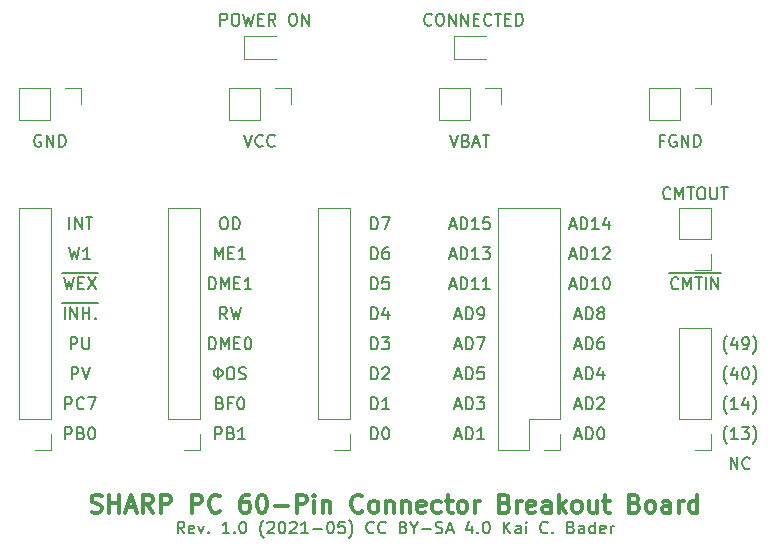
<source format=gbr>
G04 #@! TF.GenerationSoftware,KiCad,Pcbnew,5.1.10-88a1d61d58~88~ubuntu20.10.1*
G04 #@! TF.CreationDate,2021-05-06T21:06:24+02:00*
G04 #@! TF.ProjectId,breakout-board,62726561-6b6f-4757-942d-626f6172642e,1.0*
G04 #@! TF.SameCoordinates,Original*
G04 #@! TF.FileFunction,Legend,Top*
G04 #@! TF.FilePolarity,Positive*
%FSLAX46Y46*%
G04 Gerber Fmt 4.6, Leading zero omitted, Abs format (unit mm)*
G04 Created by KiCad (PCBNEW 5.1.10-88a1d61d58~88~ubuntu20.10.1) date 2021-05-06 21:06:24*
%MOMM*%
%LPD*%
G01*
G04 APERTURE LIST*
%ADD10C,0.150000*%
%ADD11C,0.300000*%
%ADD12C,0.120000*%
G04 APERTURE END LIST*
D10*
X83766666Y-82092380D02*
X83433333Y-81616190D01*
X83195238Y-82092380D02*
X83195238Y-81092380D01*
X83576190Y-81092380D01*
X83671428Y-81140000D01*
X83719047Y-81187619D01*
X83766666Y-81282857D01*
X83766666Y-81425714D01*
X83719047Y-81520952D01*
X83671428Y-81568571D01*
X83576190Y-81616190D01*
X83195238Y-81616190D01*
X84576190Y-82044761D02*
X84480952Y-82092380D01*
X84290476Y-82092380D01*
X84195238Y-82044761D01*
X84147619Y-81949523D01*
X84147619Y-81568571D01*
X84195238Y-81473333D01*
X84290476Y-81425714D01*
X84480952Y-81425714D01*
X84576190Y-81473333D01*
X84623809Y-81568571D01*
X84623809Y-81663809D01*
X84147619Y-81759047D01*
X84957142Y-81425714D02*
X85195238Y-82092380D01*
X85433333Y-81425714D01*
X85814285Y-81997142D02*
X85861904Y-82044761D01*
X85814285Y-82092380D01*
X85766666Y-82044761D01*
X85814285Y-81997142D01*
X85814285Y-82092380D01*
X87576190Y-82092380D02*
X87004761Y-82092380D01*
X87290476Y-82092380D02*
X87290476Y-81092380D01*
X87195238Y-81235238D01*
X87100000Y-81330476D01*
X87004761Y-81378095D01*
X88004761Y-81997142D02*
X88052380Y-82044761D01*
X88004761Y-82092380D01*
X87957142Y-82044761D01*
X88004761Y-81997142D01*
X88004761Y-82092380D01*
X88671428Y-81092380D02*
X88766666Y-81092380D01*
X88861904Y-81140000D01*
X88909523Y-81187619D01*
X88957142Y-81282857D01*
X89004761Y-81473333D01*
X89004761Y-81711428D01*
X88957142Y-81901904D01*
X88909523Y-81997142D01*
X88861904Y-82044761D01*
X88766666Y-82092380D01*
X88671428Y-82092380D01*
X88576190Y-82044761D01*
X88528571Y-81997142D01*
X88480952Y-81901904D01*
X88433333Y-81711428D01*
X88433333Y-81473333D01*
X88480952Y-81282857D01*
X88528571Y-81187619D01*
X88576190Y-81140000D01*
X88671428Y-81092380D01*
X90480952Y-82473333D02*
X90433333Y-82425714D01*
X90338095Y-82282857D01*
X90290476Y-82187619D01*
X90242857Y-82044761D01*
X90195238Y-81806666D01*
X90195238Y-81616190D01*
X90242857Y-81378095D01*
X90290476Y-81235238D01*
X90338095Y-81140000D01*
X90433333Y-80997142D01*
X90480952Y-80949523D01*
X90814285Y-81187619D02*
X90861904Y-81140000D01*
X90957142Y-81092380D01*
X91195238Y-81092380D01*
X91290476Y-81140000D01*
X91338095Y-81187619D01*
X91385714Y-81282857D01*
X91385714Y-81378095D01*
X91338095Y-81520952D01*
X90766666Y-82092380D01*
X91385714Y-82092380D01*
X92004761Y-81092380D02*
X92100000Y-81092380D01*
X92195238Y-81140000D01*
X92242857Y-81187619D01*
X92290476Y-81282857D01*
X92338095Y-81473333D01*
X92338095Y-81711428D01*
X92290476Y-81901904D01*
X92242857Y-81997142D01*
X92195238Y-82044761D01*
X92100000Y-82092380D01*
X92004761Y-82092380D01*
X91909523Y-82044761D01*
X91861904Y-81997142D01*
X91814285Y-81901904D01*
X91766666Y-81711428D01*
X91766666Y-81473333D01*
X91814285Y-81282857D01*
X91861904Y-81187619D01*
X91909523Y-81140000D01*
X92004761Y-81092380D01*
X92719047Y-81187619D02*
X92766666Y-81140000D01*
X92861904Y-81092380D01*
X93100000Y-81092380D01*
X93195238Y-81140000D01*
X93242857Y-81187619D01*
X93290476Y-81282857D01*
X93290476Y-81378095D01*
X93242857Y-81520952D01*
X92671428Y-82092380D01*
X93290476Y-82092380D01*
X94242857Y-82092380D02*
X93671428Y-82092380D01*
X93957142Y-82092380D02*
X93957142Y-81092380D01*
X93861904Y-81235238D01*
X93766666Y-81330476D01*
X93671428Y-81378095D01*
X94671428Y-81711428D02*
X95433333Y-81711428D01*
X96100000Y-81092380D02*
X96195238Y-81092380D01*
X96290476Y-81140000D01*
X96338095Y-81187619D01*
X96385714Y-81282857D01*
X96433333Y-81473333D01*
X96433333Y-81711428D01*
X96385714Y-81901904D01*
X96338095Y-81997142D01*
X96290476Y-82044761D01*
X96195238Y-82092380D01*
X96100000Y-82092380D01*
X96004761Y-82044761D01*
X95957142Y-81997142D01*
X95909523Y-81901904D01*
X95861904Y-81711428D01*
X95861904Y-81473333D01*
X95909523Y-81282857D01*
X95957142Y-81187619D01*
X96004761Y-81140000D01*
X96100000Y-81092380D01*
X97338095Y-81092380D02*
X96861904Y-81092380D01*
X96814285Y-81568571D01*
X96861904Y-81520952D01*
X96957142Y-81473333D01*
X97195238Y-81473333D01*
X97290476Y-81520952D01*
X97338095Y-81568571D01*
X97385714Y-81663809D01*
X97385714Y-81901904D01*
X97338095Y-81997142D01*
X97290476Y-82044761D01*
X97195238Y-82092380D01*
X96957142Y-82092380D01*
X96861904Y-82044761D01*
X96814285Y-81997142D01*
X97719047Y-82473333D02*
X97766666Y-82425714D01*
X97861904Y-82282857D01*
X97909523Y-82187619D01*
X97957142Y-82044761D01*
X98004761Y-81806666D01*
X98004761Y-81616190D01*
X97957142Y-81378095D01*
X97909523Y-81235238D01*
X97861904Y-81140000D01*
X97766666Y-80997142D01*
X97719047Y-80949523D01*
X99814285Y-81997142D02*
X99766666Y-82044761D01*
X99623809Y-82092380D01*
X99528571Y-82092380D01*
X99385714Y-82044761D01*
X99290476Y-81949523D01*
X99242857Y-81854285D01*
X99195238Y-81663809D01*
X99195238Y-81520952D01*
X99242857Y-81330476D01*
X99290476Y-81235238D01*
X99385714Y-81140000D01*
X99528571Y-81092380D01*
X99623809Y-81092380D01*
X99766666Y-81140000D01*
X99814285Y-81187619D01*
X100814285Y-81997142D02*
X100766666Y-82044761D01*
X100623809Y-82092380D01*
X100528571Y-82092380D01*
X100385714Y-82044761D01*
X100290476Y-81949523D01*
X100242857Y-81854285D01*
X100195238Y-81663809D01*
X100195238Y-81520952D01*
X100242857Y-81330476D01*
X100290476Y-81235238D01*
X100385714Y-81140000D01*
X100528571Y-81092380D01*
X100623809Y-81092380D01*
X100766666Y-81140000D01*
X100814285Y-81187619D01*
X102338095Y-81568571D02*
X102480952Y-81616190D01*
X102528571Y-81663809D01*
X102576190Y-81759047D01*
X102576190Y-81901904D01*
X102528571Y-81997142D01*
X102480952Y-82044761D01*
X102385714Y-82092380D01*
X102004761Y-82092380D01*
X102004761Y-81092380D01*
X102338095Y-81092380D01*
X102433333Y-81140000D01*
X102480952Y-81187619D01*
X102528571Y-81282857D01*
X102528571Y-81378095D01*
X102480952Y-81473333D01*
X102433333Y-81520952D01*
X102338095Y-81568571D01*
X102004761Y-81568571D01*
X103195238Y-81616190D02*
X103195238Y-82092380D01*
X102861904Y-81092380D02*
X103195238Y-81616190D01*
X103528571Y-81092380D01*
X103861904Y-81711428D02*
X104623809Y-81711428D01*
X105052380Y-82044761D02*
X105195238Y-82092380D01*
X105433333Y-82092380D01*
X105528571Y-82044761D01*
X105576190Y-81997142D01*
X105623809Y-81901904D01*
X105623809Y-81806666D01*
X105576190Y-81711428D01*
X105528571Y-81663809D01*
X105433333Y-81616190D01*
X105242857Y-81568571D01*
X105147619Y-81520952D01*
X105100000Y-81473333D01*
X105052380Y-81378095D01*
X105052380Y-81282857D01*
X105100000Y-81187619D01*
X105147619Y-81140000D01*
X105242857Y-81092380D01*
X105480952Y-81092380D01*
X105623809Y-81140000D01*
X106004761Y-81806666D02*
X106480952Y-81806666D01*
X105909523Y-82092380D02*
X106242857Y-81092380D01*
X106576190Y-82092380D01*
X108100000Y-81425714D02*
X108100000Y-82092380D01*
X107861904Y-81044761D02*
X107623809Y-81759047D01*
X108242857Y-81759047D01*
X108623809Y-81997142D02*
X108671428Y-82044761D01*
X108623809Y-82092380D01*
X108576190Y-82044761D01*
X108623809Y-81997142D01*
X108623809Y-82092380D01*
X109290476Y-81092380D02*
X109385714Y-81092380D01*
X109480952Y-81140000D01*
X109528571Y-81187619D01*
X109576190Y-81282857D01*
X109623809Y-81473333D01*
X109623809Y-81711428D01*
X109576190Y-81901904D01*
X109528571Y-81997142D01*
X109480952Y-82044761D01*
X109385714Y-82092380D01*
X109290476Y-82092380D01*
X109195238Y-82044761D01*
X109147619Y-81997142D01*
X109100000Y-81901904D01*
X109052380Y-81711428D01*
X109052380Y-81473333D01*
X109100000Y-81282857D01*
X109147619Y-81187619D01*
X109195238Y-81140000D01*
X109290476Y-81092380D01*
X110814285Y-82092380D02*
X110814285Y-81092380D01*
X111385714Y-82092380D02*
X110957142Y-81520952D01*
X111385714Y-81092380D02*
X110814285Y-81663809D01*
X112242857Y-82092380D02*
X112242857Y-81568571D01*
X112195238Y-81473333D01*
X112100000Y-81425714D01*
X111909523Y-81425714D01*
X111814285Y-81473333D01*
X112242857Y-82044761D02*
X112147619Y-82092380D01*
X111909523Y-82092380D01*
X111814285Y-82044761D01*
X111766666Y-81949523D01*
X111766666Y-81854285D01*
X111814285Y-81759047D01*
X111909523Y-81711428D01*
X112147619Y-81711428D01*
X112242857Y-81663809D01*
X112719047Y-82092380D02*
X112719047Y-81425714D01*
X112719047Y-81092380D02*
X112671428Y-81140000D01*
X112719047Y-81187619D01*
X112766666Y-81140000D01*
X112719047Y-81092380D01*
X112719047Y-81187619D01*
X114528571Y-81997142D02*
X114480952Y-82044761D01*
X114338095Y-82092380D01*
X114242857Y-82092380D01*
X114100000Y-82044761D01*
X114004761Y-81949523D01*
X113957142Y-81854285D01*
X113909523Y-81663809D01*
X113909523Y-81520952D01*
X113957142Y-81330476D01*
X114004761Y-81235238D01*
X114100000Y-81140000D01*
X114242857Y-81092380D01*
X114338095Y-81092380D01*
X114480952Y-81140000D01*
X114528571Y-81187619D01*
X114957142Y-81997142D02*
X115004761Y-82044761D01*
X114957142Y-82092380D01*
X114909523Y-82044761D01*
X114957142Y-81997142D01*
X114957142Y-82092380D01*
X116528571Y-81568571D02*
X116671428Y-81616190D01*
X116719047Y-81663809D01*
X116766666Y-81759047D01*
X116766666Y-81901904D01*
X116719047Y-81997142D01*
X116671428Y-82044761D01*
X116576190Y-82092380D01*
X116195238Y-82092380D01*
X116195238Y-81092380D01*
X116528571Y-81092380D01*
X116623809Y-81140000D01*
X116671428Y-81187619D01*
X116719047Y-81282857D01*
X116719047Y-81378095D01*
X116671428Y-81473333D01*
X116623809Y-81520952D01*
X116528571Y-81568571D01*
X116195238Y-81568571D01*
X117623809Y-82092380D02*
X117623809Y-81568571D01*
X117576190Y-81473333D01*
X117480952Y-81425714D01*
X117290476Y-81425714D01*
X117195238Y-81473333D01*
X117623809Y-82044761D02*
X117528571Y-82092380D01*
X117290476Y-82092380D01*
X117195238Y-82044761D01*
X117147619Y-81949523D01*
X117147619Y-81854285D01*
X117195238Y-81759047D01*
X117290476Y-81711428D01*
X117528571Y-81711428D01*
X117623809Y-81663809D01*
X118528571Y-82092380D02*
X118528571Y-81092380D01*
X118528571Y-82044761D02*
X118433333Y-82092380D01*
X118242857Y-82092380D01*
X118147619Y-82044761D01*
X118100000Y-81997142D01*
X118052380Y-81901904D01*
X118052380Y-81616190D01*
X118100000Y-81520952D01*
X118147619Y-81473333D01*
X118242857Y-81425714D01*
X118433333Y-81425714D01*
X118528571Y-81473333D01*
X119385714Y-82044761D02*
X119290476Y-82092380D01*
X119100000Y-82092380D01*
X119004761Y-82044761D01*
X118957142Y-81949523D01*
X118957142Y-81568571D01*
X119004761Y-81473333D01*
X119100000Y-81425714D01*
X119290476Y-81425714D01*
X119385714Y-81473333D01*
X119433333Y-81568571D01*
X119433333Y-81663809D01*
X118957142Y-81759047D01*
X119861904Y-82092380D02*
X119861904Y-81425714D01*
X119861904Y-81616190D02*
X119909523Y-81520952D01*
X119957142Y-81473333D01*
X120052380Y-81425714D01*
X120147619Y-81425714D01*
X86821904Y-39092380D02*
X86821904Y-38092380D01*
X87202857Y-38092380D01*
X87298095Y-38140000D01*
X87345714Y-38187619D01*
X87393333Y-38282857D01*
X87393333Y-38425714D01*
X87345714Y-38520952D01*
X87298095Y-38568571D01*
X87202857Y-38616190D01*
X86821904Y-38616190D01*
X88012380Y-38092380D02*
X88202857Y-38092380D01*
X88298095Y-38140000D01*
X88393333Y-38235238D01*
X88440952Y-38425714D01*
X88440952Y-38759047D01*
X88393333Y-38949523D01*
X88298095Y-39044761D01*
X88202857Y-39092380D01*
X88012380Y-39092380D01*
X87917142Y-39044761D01*
X87821904Y-38949523D01*
X87774285Y-38759047D01*
X87774285Y-38425714D01*
X87821904Y-38235238D01*
X87917142Y-38140000D01*
X88012380Y-38092380D01*
X88774285Y-38092380D02*
X89012380Y-39092380D01*
X89202857Y-38378095D01*
X89393333Y-39092380D01*
X89631428Y-38092380D01*
X90012380Y-38568571D02*
X90345714Y-38568571D01*
X90488571Y-39092380D02*
X90012380Y-39092380D01*
X90012380Y-38092380D01*
X90488571Y-38092380D01*
X91488571Y-39092380D02*
X91155238Y-38616190D01*
X90917142Y-39092380D02*
X90917142Y-38092380D01*
X91298095Y-38092380D01*
X91393333Y-38140000D01*
X91440952Y-38187619D01*
X91488571Y-38282857D01*
X91488571Y-38425714D01*
X91440952Y-38520952D01*
X91393333Y-38568571D01*
X91298095Y-38616190D01*
X90917142Y-38616190D01*
X92869523Y-38092380D02*
X93060000Y-38092380D01*
X93155238Y-38140000D01*
X93250476Y-38235238D01*
X93298095Y-38425714D01*
X93298095Y-38759047D01*
X93250476Y-38949523D01*
X93155238Y-39044761D01*
X93060000Y-39092380D01*
X92869523Y-39092380D01*
X92774285Y-39044761D01*
X92679047Y-38949523D01*
X92631428Y-38759047D01*
X92631428Y-38425714D01*
X92679047Y-38235238D01*
X92774285Y-38140000D01*
X92869523Y-38092380D01*
X93726666Y-39092380D02*
X93726666Y-38092380D01*
X94298095Y-39092380D01*
X94298095Y-38092380D01*
X104712380Y-38997142D02*
X104664761Y-39044761D01*
X104521904Y-39092380D01*
X104426666Y-39092380D01*
X104283809Y-39044761D01*
X104188571Y-38949523D01*
X104140952Y-38854285D01*
X104093333Y-38663809D01*
X104093333Y-38520952D01*
X104140952Y-38330476D01*
X104188571Y-38235238D01*
X104283809Y-38140000D01*
X104426666Y-38092380D01*
X104521904Y-38092380D01*
X104664761Y-38140000D01*
X104712380Y-38187619D01*
X105331428Y-38092380D02*
X105521904Y-38092380D01*
X105617142Y-38140000D01*
X105712380Y-38235238D01*
X105760000Y-38425714D01*
X105760000Y-38759047D01*
X105712380Y-38949523D01*
X105617142Y-39044761D01*
X105521904Y-39092380D01*
X105331428Y-39092380D01*
X105236190Y-39044761D01*
X105140952Y-38949523D01*
X105093333Y-38759047D01*
X105093333Y-38425714D01*
X105140952Y-38235238D01*
X105236190Y-38140000D01*
X105331428Y-38092380D01*
X106188571Y-39092380D02*
X106188571Y-38092380D01*
X106760000Y-39092380D01*
X106760000Y-38092380D01*
X107236190Y-39092380D02*
X107236190Y-38092380D01*
X107807619Y-39092380D01*
X107807619Y-38092380D01*
X108283809Y-38568571D02*
X108617142Y-38568571D01*
X108760000Y-39092380D02*
X108283809Y-39092380D01*
X108283809Y-38092380D01*
X108760000Y-38092380D01*
X109760000Y-38997142D02*
X109712380Y-39044761D01*
X109569523Y-39092380D01*
X109474285Y-39092380D01*
X109331428Y-39044761D01*
X109236190Y-38949523D01*
X109188571Y-38854285D01*
X109140952Y-38663809D01*
X109140952Y-38520952D01*
X109188571Y-38330476D01*
X109236190Y-38235238D01*
X109331428Y-38140000D01*
X109474285Y-38092380D01*
X109569523Y-38092380D01*
X109712380Y-38140000D01*
X109760000Y-38187619D01*
X110045714Y-38092380D02*
X110617142Y-38092380D01*
X110331428Y-39092380D02*
X110331428Y-38092380D01*
X110950476Y-38568571D02*
X111283809Y-38568571D01*
X111426666Y-39092380D02*
X110950476Y-39092380D01*
X110950476Y-38092380D01*
X111426666Y-38092380D01*
X111855238Y-39092380D02*
X111855238Y-38092380D01*
X112093333Y-38092380D01*
X112236190Y-38140000D01*
X112331428Y-38235238D01*
X112379047Y-38330476D01*
X112426666Y-38520952D01*
X112426666Y-38663809D01*
X112379047Y-38854285D01*
X112331428Y-38949523D01*
X112236190Y-39044761D01*
X112093333Y-39092380D01*
X111855238Y-39092380D01*
X130024285Y-76652380D02*
X130024285Y-75652380D01*
X130595714Y-76652380D01*
X130595714Y-75652380D01*
X131643333Y-76557142D02*
X131595714Y-76604761D01*
X131452857Y-76652380D01*
X131357619Y-76652380D01*
X131214761Y-76604761D01*
X131119523Y-76509523D01*
X131071904Y-76414285D01*
X131024285Y-76223809D01*
X131024285Y-76080952D01*
X131071904Y-75890476D01*
X131119523Y-75795238D01*
X131214761Y-75700000D01*
X131357619Y-75652380D01*
X131452857Y-75652380D01*
X131595714Y-75700000D01*
X131643333Y-75747619D01*
D11*
X75921428Y-80247142D02*
X76135714Y-80318571D01*
X76492857Y-80318571D01*
X76635714Y-80247142D01*
X76707142Y-80175714D01*
X76778571Y-80032857D01*
X76778571Y-79890000D01*
X76707142Y-79747142D01*
X76635714Y-79675714D01*
X76492857Y-79604285D01*
X76207142Y-79532857D01*
X76064285Y-79461428D01*
X75992857Y-79390000D01*
X75921428Y-79247142D01*
X75921428Y-79104285D01*
X75992857Y-78961428D01*
X76064285Y-78890000D01*
X76207142Y-78818571D01*
X76564285Y-78818571D01*
X76778571Y-78890000D01*
X77421428Y-80318571D02*
X77421428Y-78818571D01*
X77421428Y-79532857D02*
X78278571Y-79532857D01*
X78278571Y-80318571D02*
X78278571Y-78818571D01*
X78921428Y-79890000D02*
X79635714Y-79890000D01*
X78778571Y-80318571D02*
X79278571Y-78818571D01*
X79778571Y-80318571D01*
X81135714Y-80318571D02*
X80635714Y-79604285D01*
X80278571Y-80318571D02*
X80278571Y-78818571D01*
X80850000Y-78818571D01*
X80992857Y-78890000D01*
X81064285Y-78961428D01*
X81135714Y-79104285D01*
X81135714Y-79318571D01*
X81064285Y-79461428D01*
X80992857Y-79532857D01*
X80850000Y-79604285D01*
X80278571Y-79604285D01*
X81778571Y-80318571D02*
X81778571Y-78818571D01*
X82350000Y-78818571D01*
X82492857Y-78890000D01*
X82564285Y-78961428D01*
X82635714Y-79104285D01*
X82635714Y-79318571D01*
X82564285Y-79461428D01*
X82492857Y-79532857D01*
X82350000Y-79604285D01*
X81778571Y-79604285D01*
X84421428Y-80318571D02*
X84421428Y-78818571D01*
X84992857Y-78818571D01*
X85135714Y-78890000D01*
X85207142Y-78961428D01*
X85278571Y-79104285D01*
X85278571Y-79318571D01*
X85207142Y-79461428D01*
X85135714Y-79532857D01*
X84992857Y-79604285D01*
X84421428Y-79604285D01*
X86778571Y-80175714D02*
X86707142Y-80247142D01*
X86492857Y-80318571D01*
X86350000Y-80318571D01*
X86135714Y-80247142D01*
X85992857Y-80104285D01*
X85921428Y-79961428D01*
X85850000Y-79675714D01*
X85850000Y-79461428D01*
X85921428Y-79175714D01*
X85992857Y-79032857D01*
X86135714Y-78890000D01*
X86350000Y-78818571D01*
X86492857Y-78818571D01*
X86707142Y-78890000D01*
X86778571Y-78961428D01*
X89207142Y-78818571D02*
X88921428Y-78818571D01*
X88778571Y-78890000D01*
X88707142Y-78961428D01*
X88564285Y-79175714D01*
X88492857Y-79461428D01*
X88492857Y-80032857D01*
X88564285Y-80175714D01*
X88635714Y-80247142D01*
X88778571Y-80318571D01*
X89064285Y-80318571D01*
X89207142Y-80247142D01*
X89278571Y-80175714D01*
X89350000Y-80032857D01*
X89350000Y-79675714D01*
X89278571Y-79532857D01*
X89207142Y-79461428D01*
X89064285Y-79390000D01*
X88778571Y-79390000D01*
X88635714Y-79461428D01*
X88564285Y-79532857D01*
X88492857Y-79675714D01*
X90278571Y-78818571D02*
X90421428Y-78818571D01*
X90564285Y-78890000D01*
X90635714Y-78961428D01*
X90707142Y-79104285D01*
X90778571Y-79390000D01*
X90778571Y-79747142D01*
X90707142Y-80032857D01*
X90635714Y-80175714D01*
X90564285Y-80247142D01*
X90421428Y-80318571D01*
X90278571Y-80318571D01*
X90135714Y-80247142D01*
X90064285Y-80175714D01*
X89992857Y-80032857D01*
X89921428Y-79747142D01*
X89921428Y-79390000D01*
X89992857Y-79104285D01*
X90064285Y-78961428D01*
X90135714Y-78890000D01*
X90278571Y-78818571D01*
X91421428Y-79747142D02*
X92564285Y-79747142D01*
X93278571Y-80318571D02*
X93278571Y-78818571D01*
X93850000Y-78818571D01*
X93992857Y-78890000D01*
X94064285Y-78961428D01*
X94135714Y-79104285D01*
X94135714Y-79318571D01*
X94064285Y-79461428D01*
X93992857Y-79532857D01*
X93850000Y-79604285D01*
X93278571Y-79604285D01*
X94778571Y-80318571D02*
X94778571Y-79318571D01*
X94778571Y-78818571D02*
X94707142Y-78890000D01*
X94778571Y-78961428D01*
X94850000Y-78890000D01*
X94778571Y-78818571D01*
X94778571Y-78961428D01*
X95492857Y-79318571D02*
X95492857Y-80318571D01*
X95492857Y-79461428D02*
X95564285Y-79390000D01*
X95707142Y-79318571D01*
X95921428Y-79318571D01*
X96064285Y-79390000D01*
X96135714Y-79532857D01*
X96135714Y-80318571D01*
X98850000Y-80175714D02*
X98778571Y-80247142D01*
X98564285Y-80318571D01*
X98421428Y-80318571D01*
X98207142Y-80247142D01*
X98064285Y-80104285D01*
X97992857Y-79961428D01*
X97921428Y-79675714D01*
X97921428Y-79461428D01*
X97992857Y-79175714D01*
X98064285Y-79032857D01*
X98207142Y-78890000D01*
X98421428Y-78818571D01*
X98564285Y-78818571D01*
X98778571Y-78890000D01*
X98850000Y-78961428D01*
X99707142Y-80318571D02*
X99564285Y-80247142D01*
X99492857Y-80175714D01*
X99421428Y-80032857D01*
X99421428Y-79604285D01*
X99492857Y-79461428D01*
X99564285Y-79390000D01*
X99707142Y-79318571D01*
X99921428Y-79318571D01*
X100064285Y-79390000D01*
X100135714Y-79461428D01*
X100207142Y-79604285D01*
X100207142Y-80032857D01*
X100135714Y-80175714D01*
X100064285Y-80247142D01*
X99921428Y-80318571D01*
X99707142Y-80318571D01*
X100850000Y-79318571D02*
X100850000Y-80318571D01*
X100850000Y-79461428D02*
X100921428Y-79390000D01*
X101064285Y-79318571D01*
X101278571Y-79318571D01*
X101421428Y-79390000D01*
X101492857Y-79532857D01*
X101492857Y-80318571D01*
X102207142Y-79318571D02*
X102207142Y-80318571D01*
X102207142Y-79461428D02*
X102278571Y-79390000D01*
X102421428Y-79318571D01*
X102635714Y-79318571D01*
X102778571Y-79390000D01*
X102850000Y-79532857D01*
X102850000Y-80318571D01*
X104135714Y-80247142D02*
X103992857Y-80318571D01*
X103707142Y-80318571D01*
X103564285Y-80247142D01*
X103492857Y-80104285D01*
X103492857Y-79532857D01*
X103564285Y-79390000D01*
X103707142Y-79318571D01*
X103992857Y-79318571D01*
X104135714Y-79390000D01*
X104207142Y-79532857D01*
X104207142Y-79675714D01*
X103492857Y-79818571D01*
X105492857Y-80247142D02*
X105350000Y-80318571D01*
X105064285Y-80318571D01*
X104921428Y-80247142D01*
X104850000Y-80175714D01*
X104778571Y-80032857D01*
X104778571Y-79604285D01*
X104850000Y-79461428D01*
X104921428Y-79390000D01*
X105064285Y-79318571D01*
X105350000Y-79318571D01*
X105492857Y-79390000D01*
X105921428Y-79318571D02*
X106492857Y-79318571D01*
X106135714Y-78818571D02*
X106135714Y-80104285D01*
X106207142Y-80247142D01*
X106350000Y-80318571D01*
X106492857Y-80318571D01*
X107207142Y-80318571D02*
X107064285Y-80247142D01*
X106992857Y-80175714D01*
X106921428Y-80032857D01*
X106921428Y-79604285D01*
X106992857Y-79461428D01*
X107064285Y-79390000D01*
X107207142Y-79318571D01*
X107421428Y-79318571D01*
X107564285Y-79390000D01*
X107635714Y-79461428D01*
X107707142Y-79604285D01*
X107707142Y-80032857D01*
X107635714Y-80175714D01*
X107564285Y-80247142D01*
X107421428Y-80318571D01*
X107207142Y-80318571D01*
X108350000Y-80318571D02*
X108350000Y-79318571D01*
X108350000Y-79604285D02*
X108421428Y-79461428D01*
X108492857Y-79390000D01*
X108635714Y-79318571D01*
X108778571Y-79318571D01*
X110921428Y-79532857D02*
X111135714Y-79604285D01*
X111207142Y-79675714D01*
X111278571Y-79818571D01*
X111278571Y-80032857D01*
X111207142Y-80175714D01*
X111135714Y-80247142D01*
X110992857Y-80318571D01*
X110421428Y-80318571D01*
X110421428Y-78818571D01*
X110921428Y-78818571D01*
X111064285Y-78890000D01*
X111135714Y-78961428D01*
X111207142Y-79104285D01*
X111207142Y-79247142D01*
X111135714Y-79390000D01*
X111064285Y-79461428D01*
X110921428Y-79532857D01*
X110421428Y-79532857D01*
X111921428Y-80318571D02*
X111921428Y-79318571D01*
X111921428Y-79604285D02*
X111992857Y-79461428D01*
X112064285Y-79390000D01*
X112207142Y-79318571D01*
X112350000Y-79318571D01*
X113421428Y-80247142D02*
X113278571Y-80318571D01*
X112992857Y-80318571D01*
X112850000Y-80247142D01*
X112778571Y-80104285D01*
X112778571Y-79532857D01*
X112850000Y-79390000D01*
X112992857Y-79318571D01*
X113278571Y-79318571D01*
X113421428Y-79390000D01*
X113492857Y-79532857D01*
X113492857Y-79675714D01*
X112778571Y-79818571D01*
X114778571Y-80318571D02*
X114778571Y-79532857D01*
X114707142Y-79390000D01*
X114564285Y-79318571D01*
X114278571Y-79318571D01*
X114135714Y-79390000D01*
X114778571Y-80247142D02*
X114635714Y-80318571D01*
X114278571Y-80318571D01*
X114135714Y-80247142D01*
X114064285Y-80104285D01*
X114064285Y-79961428D01*
X114135714Y-79818571D01*
X114278571Y-79747142D01*
X114635714Y-79747142D01*
X114778571Y-79675714D01*
X115492857Y-80318571D02*
X115492857Y-78818571D01*
X115635714Y-79747142D02*
X116064285Y-80318571D01*
X116064285Y-79318571D02*
X115492857Y-79890000D01*
X116921428Y-80318571D02*
X116778571Y-80247142D01*
X116707142Y-80175714D01*
X116635714Y-80032857D01*
X116635714Y-79604285D01*
X116707142Y-79461428D01*
X116778571Y-79390000D01*
X116921428Y-79318571D01*
X117135714Y-79318571D01*
X117278571Y-79390000D01*
X117350000Y-79461428D01*
X117421428Y-79604285D01*
X117421428Y-80032857D01*
X117350000Y-80175714D01*
X117278571Y-80247142D01*
X117135714Y-80318571D01*
X116921428Y-80318571D01*
X118707142Y-79318571D02*
X118707142Y-80318571D01*
X118064285Y-79318571D02*
X118064285Y-80104285D01*
X118135714Y-80247142D01*
X118278571Y-80318571D01*
X118492857Y-80318571D01*
X118635714Y-80247142D01*
X118707142Y-80175714D01*
X119207142Y-79318571D02*
X119778571Y-79318571D01*
X119421428Y-78818571D02*
X119421428Y-80104285D01*
X119492857Y-80247142D01*
X119635714Y-80318571D01*
X119778571Y-80318571D01*
X121921428Y-79532857D02*
X122135714Y-79604285D01*
X122207142Y-79675714D01*
X122278571Y-79818571D01*
X122278571Y-80032857D01*
X122207142Y-80175714D01*
X122135714Y-80247142D01*
X121992857Y-80318571D01*
X121421428Y-80318571D01*
X121421428Y-78818571D01*
X121921428Y-78818571D01*
X122064285Y-78890000D01*
X122135714Y-78961428D01*
X122207142Y-79104285D01*
X122207142Y-79247142D01*
X122135714Y-79390000D01*
X122064285Y-79461428D01*
X121921428Y-79532857D01*
X121421428Y-79532857D01*
X123135714Y-80318571D02*
X122992857Y-80247142D01*
X122921428Y-80175714D01*
X122850000Y-80032857D01*
X122850000Y-79604285D01*
X122921428Y-79461428D01*
X122992857Y-79390000D01*
X123135714Y-79318571D01*
X123350000Y-79318571D01*
X123492857Y-79390000D01*
X123564285Y-79461428D01*
X123635714Y-79604285D01*
X123635714Y-80032857D01*
X123564285Y-80175714D01*
X123492857Y-80247142D01*
X123350000Y-80318571D01*
X123135714Y-80318571D01*
X124921428Y-80318571D02*
X124921428Y-79532857D01*
X124850000Y-79390000D01*
X124707142Y-79318571D01*
X124421428Y-79318571D01*
X124278571Y-79390000D01*
X124921428Y-80247142D02*
X124778571Y-80318571D01*
X124421428Y-80318571D01*
X124278571Y-80247142D01*
X124207142Y-80104285D01*
X124207142Y-79961428D01*
X124278571Y-79818571D01*
X124421428Y-79747142D01*
X124778571Y-79747142D01*
X124921428Y-79675714D01*
X125635714Y-80318571D02*
X125635714Y-79318571D01*
X125635714Y-79604285D02*
X125707142Y-79461428D01*
X125778571Y-79390000D01*
X125921428Y-79318571D01*
X126064285Y-79318571D01*
X127207142Y-80318571D02*
X127207142Y-78818571D01*
X127207142Y-80247142D02*
X127064285Y-80318571D01*
X126778571Y-80318571D01*
X126635714Y-80247142D01*
X126564285Y-80175714D01*
X126492857Y-80032857D01*
X126492857Y-79604285D01*
X126564285Y-79461428D01*
X126635714Y-79390000D01*
X126778571Y-79318571D01*
X127064285Y-79318571D01*
X127207142Y-79390000D01*
D10*
X129714761Y-74493333D02*
X129667142Y-74445714D01*
X129571904Y-74302857D01*
X129524285Y-74207619D01*
X129476666Y-74064761D01*
X129429047Y-73826666D01*
X129429047Y-73636190D01*
X129476666Y-73398095D01*
X129524285Y-73255238D01*
X129571904Y-73160000D01*
X129667142Y-73017142D01*
X129714761Y-72969523D01*
X130619523Y-74112380D02*
X130048095Y-74112380D01*
X130333809Y-74112380D02*
X130333809Y-73112380D01*
X130238571Y-73255238D01*
X130143333Y-73350476D01*
X130048095Y-73398095D01*
X130952857Y-73112380D02*
X131571904Y-73112380D01*
X131238571Y-73493333D01*
X131381428Y-73493333D01*
X131476666Y-73540952D01*
X131524285Y-73588571D01*
X131571904Y-73683809D01*
X131571904Y-73921904D01*
X131524285Y-74017142D01*
X131476666Y-74064761D01*
X131381428Y-74112380D01*
X131095714Y-74112380D01*
X131000476Y-74064761D01*
X130952857Y-74017142D01*
X131905238Y-74493333D02*
X131952857Y-74445714D01*
X132048095Y-74302857D01*
X132095714Y-74207619D01*
X132143333Y-74064761D01*
X132190952Y-73826666D01*
X132190952Y-73636190D01*
X132143333Y-73398095D01*
X132095714Y-73255238D01*
X132048095Y-73160000D01*
X131952857Y-73017142D01*
X131905238Y-72969523D01*
X129714761Y-71953333D02*
X129667142Y-71905714D01*
X129571904Y-71762857D01*
X129524285Y-71667619D01*
X129476666Y-71524761D01*
X129429047Y-71286666D01*
X129429047Y-71096190D01*
X129476666Y-70858095D01*
X129524285Y-70715238D01*
X129571904Y-70620000D01*
X129667142Y-70477142D01*
X129714761Y-70429523D01*
X130619523Y-71572380D02*
X130048095Y-71572380D01*
X130333809Y-71572380D02*
X130333809Y-70572380D01*
X130238571Y-70715238D01*
X130143333Y-70810476D01*
X130048095Y-70858095D01*
X131476666Y-70905714D02*
X131476666Y-71572380D01*
X131238571Y-70524761D02*
X131000476Y-71239047D01*
X131619523Y-71239047D01*
X131905238Y-71953333D02*
X131952857Y-71905714D01*
X132048095Y-71762857D01*
X132095714Y-71667619D01*
X132143333Y-71524761D01*
X132190952Y-71286666D01*
X132190952Y-71096190D01*
X132143333Y-70858095D01*
X132095714Y-70715238D01*
X132048095Y-70620000D01*
X131952857Y-70477142D01*
X131905238Y-70429523D01*
X129714761Y-69413333D02*
X129667142Y-69365714D01*
X129571904Y-69222857D01*
X129524285Y-69127619D01*
X129476666Y-68984761D01*
X129429047Y-68746666D01*
X129429047Y-68556190D01*
X129476666Y-68318095D01*
X129524285Y-68175238D01*
X129571904Y-68080000D01*
X129667142Y-67937142D01*
X129714761Y-67889523D01*
X130524285Y-68365714D02*
X130524285Y-69032380D01*
X130286190Y-67984761D02*
X130048095Y-68699047D01*
X130667142Y-68699047D01*
X131238571Y-68032380D02*
X131333809Y-68032380D01*
X131429047Y-68080000D01*
X131476666Y-68127619D01*
X131524285Y-68222857D01*
X131571904Y-68413333D01*
X131571904Y-68651428D01*
X131524285Y-68841904D01*
X131476666Y-68937142D01*
X131429047Y-68984761D01*
X131333809Y-69032380D01*
X131238571Y-69032380D01*
X131143333Y-68984761D01*
X131095714Y-68937142D01*
X131048095Y-68841904D01*
X131000476Y-68651428D01*
X131000476Y-68413333D01*
X131048095Y-68222857D01*
X131095714Y-68127619D01*
X131143333Y-68080000D01*
X131238571Y-68032380D01*
X131905238Y-69413333D02*
X131952857Y-69365714D01*
X132048095Y-69222857D01*
X132095714Y-69127619D01*
X132143333Y-68984761D01*
X132190952Y-68746666D01*
X132190952Y-68556190D01*
X132143333Y-68318095D01*
X132095714Y-68175238D01*
X132048095Y-68080000D01*
X131952857Y-67937142D01*
X131905238Y-67889523D01*
X124785714Y-60045000D02*
X125785714Y-60045000D01*
X125595238Y-61317142D02*
X125547619Y-61364761D01*
X125404761Y-61412380D01*
X125309523Y-61412380D01*
X125166666Y-61364761D01*
X125071428Y-61269523D01*
X125023809Y-61174285D01*
X124976190Y-60983809D01*
X124976190Y-60840952D01*
X125023809Y-60650476D01*
X125071428Y-60555238D01*
X125166666Y-60460000D01*
X125309523Y-60412380D01*
X125404761Y-60412380D01*
X125547619Y-60460000D01*
X125595238Y-60507619D01*
X125785714Y-60045000D02*
X126928571Y-60045000D01*
X126023809Y-61412380D02*
X126023809Y-60412380D01*
X126357142Y-61126666D01*
X126690476Y-60412380D01*
X126690476Y-61412380D01*
X126928571Y-60045000D02*
X127690476Y-60045000D01*
X127023809Y-60412380D02*
X127595238Y-60412380D01*
X127309523Y-61412380D02*
X127309523Y-60412380D01*
X127690476Y-60045000D02*
X128166666Y-60045000D01*
X127928571Y-61412380D02*
X127928571Y-60412380D01*
X128166666Y-60045000D02*
X129214285Y-60045000D01*
X128404761Y-61412380D02*
X128404761Y-60412380D01*
X128976190Y-61412380D01*
X128976190Y-60412380D01*
X124928571Y-53697142D02*
X124880952Y-53744761D01*
X124738095Y-53792380D01*
X124642857Y-53792380D01*
X124500000Y-53744761D01*
X124404761Y-53649523D01*
X124357142Y-53554285D01*
X124309523Y-53363809D01*
X124309523Y-53220952D01*
X124357142Y-53030476D01*
X124404761Y-52935238D01*
X124500000Y-52840000D01*
X124642857Y-52792380D01*
X124738095Y-52792380D01*
X124880952Y-52840000D01*
X124928571Y-52887619D01*
X125357142Y-53792380D02*
X125357142Y-52792380D01*
X125690476Y-53506666D01*
X126023809Y-52792380D01*
X126023809Y-53792380D01*
X126357142Y-52792380D02*
X126928571Y-52792380D01*
X126642857Y-53792380D02*
X126642857Y-52792380D01*
X127452380Y-52792380D02*
X127642857Y-52792380D01*
X127738095Y-52840000D01*
X127833333Y-52935238D01*
X127880952Y-53125714D01*
X127880952Y-53459047D01*
X127833333Y-53649523D01*
X127738095Y-53744761D01*
X127642857Y-53792380D01*
X127452380Y-53792380D01*
X127357142Y-53744761D01*
X127261904Y-53649523D01*
X127214285Y-53459047D01*
X127214285Y-53125714D01*
X127261904Y-52935238D01*
X127357142Y-52840000D01*
X127452380Y-52792380D01*
X128309523Y-52792380D02*
X128309523Y-53601904D01*
X128357142Y-53697142D01*
X128404761Y-53744761D01*
X128500000Y-53792380D01*
X128690476Y-53792380D01*
X128785714Y-53744761D01*
X128833333Y-53697142D01*
X128880952Y-53601904D01*
X128880952Y-52792380D01*
X129214285Y-52792380D02*
X129785714Y-52792380D01*
X129500000Y-53792380D02*
X129500000Y-52792380D01*
X129714761Y-66873333D02*
X129667142Y-66825714D01*
X129571904Y-66682857D01*
X129524285Y-66587619D01*
X129476666Y-66444761D01*
X129429047Y-66206666D01*
X129429047Y-66016190D01*
X129476666Y-65778095D01*
X129524285Y-65635238D01*
X129571904Y-65540000D01*
X129667142Y-65397142D01*
X129714761Y-65349523D01*
X130524285Y-65825714D02*
X130524285Y-66492380D01*
X130286190Y-65444761D02*
X130048095Y-66159047D01*
X130667142Y-66159047D01*
X131095714Y-66492380D02*
X131286190Y-66492380D01*
X131381428Y-66444761D01*
X131429047Y-66397142D01*
X131524285Y-66254285D01*
X131571904Y-66063809D01*
X131571904Y-65682857D01*
X131524285Y-65587619D01*
X131476666Y-65540000D01*
X131381428Y-65492380D01*
X131190952Y-65492380D01*
X131095714Y-65540000D01*
X131048095Y-65587619D01*
X131000476Y-65682857D01*
X131000476Y-65920952D01*
X131048095Y-66016190D01*
X131095714Y-66063809D01*
X131190952Y-66111428D01*
X131381428Y-66111428D01*
X131476666Y-66063809D01*
X131524285Y-66016190D01*
X131571904Y-65920952D01*
X131905238Y-66873333D02*
X131952857Y-66825714D01*
X132048095Y-66682857D01*
X132095714Y-66587619D01*
X132143333Y-66444761D01*
X132190952Y-66206666D01*
X132190952Y-66016190D01*
X132143333Y-65778095D01*
X132095714Y-65635238D01*
X132048095Y-65540000D01*
X131952857Y-65397142D01*
X131905238Y-65349523D01*
X116895714Y-73826666D02*
X117371904Y-73826666D01*
X116800476Y-74112380D02*
X117133809Y-73112380D01*
X117467142Y-74112380D01*
X117800476Y-74112380D02*
X117800476Y-73112380D01*
X118038571Y-73112380D01*
X118181428Y-73160000D01*
X118276666Y-73255238D01*
X118324285Y-73350476D01*
X118371904Y-73540952D01*
X118371904Y-73683809D01*
X118324285Y-73874285D01*
X118276666Y-73969523D01*
X118181428Y-74064761D01*
X118038571Y-74112380D01*
X117800476Y-74112380D01*
X118990952Y-73112380D02*
X119086190Y-73112380D01*
X119181428Y-73160000D01*
X119229047Y-73207619D01*
X119276666Y-73302857D01*
X119324285Y-73493333D01*
X119324285Y-73731428D01*
X119276666Y-73921904D01*
X119229047Y-74017142D01*
X119181428Y-74064761D01*
X119086190Y-74112380D01*
X118990952Y-74112380D01*
X118895714Y-74064761D01*
X118848095Y-74017142D01*
X118800476Y-73921904D01*
X118752857Y-73731428D01*
X118752857Y-73493333D01*
X118800476Y-73302857D01*
X118848095Y-73207619D01*
X118895714Y-73160000D01*
X118990952Y-73112380D01*
X116895714Y-71286666D02*
X117371904Y-71286666D01*
X116800476Y-71572380D02*
X117133809Y-70572380D01*
X117467142Y-71572380D01*
X117800476Y-71572380D02*
X117800476Y-70572380D01*
X118038571Y-70572380D01*
X118181428Y-70620000D01*
X118276666Y-70715238D01*
X118324285Y-70810476D01*
X118371904Y-71000952D01*
X118371904Y-71143809D01*
X118324285Y-71334285D01*
X118276666Y-71429523D01*
X118181428Y-71524761D01*
X118038571Y-71572380D01*
X117800476Y-71572380D01*
X118752857Y-70667619D02*
X118800476Y-70620000D01*
X118895714Y-70572380D01*
X119133809Y-70572380D01*
X119229047Y-70620000D01*
X119276666Y-70667619D01*
X119324285Y-70762857D01*
X119324285Y-70858095D01*
X119276666Y-71000952D01*
X118705238Y-71572380D01*
X119324285Y-71572380D01*
X116895714Y-68746666D02*
X117371904Y-68746666D01*
X116800476Y-69032380D02*
X117133809Y-68032380D01*
X117467142Y-69032380D01*
X117800476Y-69032380D02*
X117800476Y-68032380D01*
X118038571Y-68032380D01*
X118181428Y-68080000D01*
X118276666Y-68175238D01*
X118324285Y-68270476D01*
X118371904Y-68460952D01*
X118371904Y-68603809D01*
X118324285Y-68794285D01*
X118276666Y-68889523D01*
X118181428Y-68984761D01*
X118038571Y-69032380D01*
X117800476Y-69032380D01*
X119229047Y-68365714D02*
X119229047Y-69032380D01*
X118990952Y-67984761D02*
X118752857Y-68699047D01*
X119371904Y-68699047D01*
X116895714Y-66206666D02*
X117371904Y-66206666D01*
X116800476Y-66492380D02*
X117133809Y-65492380D01*
X117467142Y-66492380D01*
X117800476Y-66492380D02*
X117800476Y-65492380D01*
X118038571Y-65492380D01*
X118181428Y-65540000D01*
X118276666Y-65635238D01*
X118324285Y-65730476D01*
X118371904Y-65920952D01*
X118371904Y-66063809D01*
X118324285Y-66254285D01*
X118276666Y-66349523D01*
X118181428Y-66444761D01*
X118038571Y-66492380D01*
X117800476Y-66492380D01*
X119229047Y-65492380D02*
X119038571Y-65492380D01*
X118943333Y-65540000D01*
X118895714Y-65587619D01*
X118800476Y-65730476D01*
X118752857Y-65920952D01*
X118752857Y-66301904D01*
X118800476Y-66397142D01*
X118848095Y-66444761D01*
X118943333Y-66492380D01*
X119133809Y-66492380D01*
X119229047Y-66444761D01*
X119276666Y-66397142D01*
X119324285Y-66301904D01*
X119324285Y-66063809D01*
X119276666Y-65968571D01*
X119229047Y-65920952D01*
X119133809Y-65873333D01*
X118943333Y-65873333D01*
X118848095Y-65920952D01*
X118800476Y-65968571D01*
X118752857Y-66063809D01*
X116895714Y-63666666D02*
X117371904Y-63666666D01*
X116800476Y-63952380D02*
X117133809Y-62952380D01*
X117467142Y-63952380D01*
X117800476Y-63952380D02*
X117800476Y-62952380D01*
X118038571Y-62952380D01*
X118181428Y-63000000D01*
X118276666Y-63095238D01*
X118324285Y-63190476D01*
X118371904Y-63380952D01*
X118371904Y-63523809D01*
X118324285Y-63714285D01*
X118276666Y-63809523D01*
X118181428Y-63904761D01*
X118038571Y-63952380D01*
X117800476Y-63952380D01*
X118943333Y-63380952D02*
X118848095Y-63333333D01*
X118800476Y-63285714D01*
X118752857Y-63190476D01*
X118752857Y-63142857D01*
X118800476Y-63047619D01*
X118848095Y-63000000D01*
X118943333Y-62952380D01*
X119133809Y-62952380D01*
X119229047Y-63000000D01*
X119276666Y-63047619D01*
X119324285Y-63142857D01*
X119324285Y-63190476D01*
X119276666Y-63285714D01*
X119229047Y-63333333D01*
X119133809Y-63380952D01*
X118943333Y-63380952D01*
X118848095Y-63428571D01*
X118800476Y-63476190D01*
X118752857Y-63571428D01*
X118752857Y-63761904D01*
X118800476Y-63857142D01*
X118848095Y-63904761D01*
X118943333Y-63952380D01*
X119133809Y-63952380D01*
X119229047Y-63904761D01*
X119276666Y-63857142D01*
X119324285Y-63761904D01*
X119324285Y-63571428D01*
X119276666Y-63476190D01*
X119229047Y-63428571D01*
X119133809Y-63380952D01*
X116419523Y-61126666D02*
X116895714Y-61126666D01*
X116324285Y-61412380D02*
X116657619Y-60412380D01*
X116990952Y-61412380D01*
X117324285Y-61412380D02*
X117324285Y-60412380D01*
X117562380Y-60412380D01*
X117705238Y-60460000D01*
X117800476Y-60555238D01*
X117848095Y-60650476D01*
X117895714Y-60840952D01*
X117895714Y-60983809D01*
X117848095Y-61174285D01*
X117800476Y-61269523D01*
X117705238Y-61364761D01*
X117562380Y-61412380D01*
X117324285Y-61412380D01*
X118848095Y-61412380D02*
X118276666Y-61412380D01*
X118562380Y-61412380D02*
X118562380Y-60412380D01*
X118467142Y-60555238D01*
X118371904Y-60650476D01*
X118276666Y-60698095D01*
X119467142Y-60412380D02*
X119562380Y-60412380D01*
X119657619Y-60460000D01*
X119705238Y-60507619D01*
X119752857Y-60602857D01*
X119800476Y-60793333D01*
X119800476Y-61031428D01*
X119752857Y-61221904D01*
X119705238Y-61317142D01*
X119657619Y-61364761D01*
X119562380Y-61412380D01*
X119467142Y-61412380D01*
X119371904Y-61364761D01*
X119324285Y-61317142D01*
X119276666Y-61221904D01*
X119229047Y-61031428D01*
X119229047Y-60793333D01*
X119276666Y-60602857D01*
X119324285Y-60507619D01*
X119371904Y-60460000D01*
X119467142Y-60412380D01*
X116419523Y-58586666D02*
X116895714Y-58586666D01*
X116324285Y-58872380D02*
X116657619Y-57872380D01*
X116990952Y-58872380D01*
X117324285Y-58872380D02*
X117324285Y-57872380D01*
X117562380Y-57872380D01*
X117705238Y-57920000D01*
X117800476Y-58015238D01*
X117848095Y-58110476D01*
X117895714Y-58300952D01*
X117895714Y-58443809D01*
X117848095Y-58634285D01*
X117800476Y-58729523D01*
X117705238Y-58824761D01*
X117562380Y-58872380D01*
X117324285Y-58872380D01*
X118848095Y-58872380D02*
X118276666Y-58872380D01*
X118562380Y-58872380D02*
X118562380Y-57872380D01*
X118467142Y-58015238D01*
X118371904Y-58110476D01*
X118276666Y-58158095D01*
X119229047Y-57967619D02*
X119276666Y-57920000D01*
X119371904Y-57872380D01*
X119610000Y-57872380D01*
X119705238Y-57920000D01*
X119752857Y-57967619D01*
X119800476Y-58062857D01*
X119800476Y-58158095D01*
X119752857Y-58300952D01*
X119181428Y-58872380D01*
X119800476Y-58872380D01*
X116419523Y-56046666D02*
X116895714Y-56046666D01*
X116324285Y-56332380D02*
X116657619Y-55332380D01*
X116990952Y-56332380D01*
X117324285Y-56332380D02*
X117324285Y-55332380D01*
X117562380Y-55332380D01*
X117705238Y-55380000D01*
X117800476Y-55475238D01*
X117848095Y-55570476D01*
X117895714Y-55760952D01*
X117895714Y-55903809D01*
X117848095Y-56094285D01*
X117800476Y-56189523D01*
X117705238Y-56284761D01*
X117562380Y-56332380D01*
X117324285Y-56332380D01*
X118848095Y-56332380D02*
X118276666Y-56332380D01*
X118562380Y-56332380D02*
X118562380Y-55332380D01*
X118467142Y-55475238D01*
X118371904Y-55570476D01*
X118276666Y-55618095D01*
X119705238Y-55665714D02*
X119705238Y-56332380D01*
X119467142Y-55284761D02*
X119229047Y-55999047D01*
X119848095Y-55999047D01*
X106735714Y-73826666D02*
X107211904Y-73826666D01*
X106640476Y-74112380D02*
X106973809Y-73112380D01*
X107307142Y-74112380D01*
X107640476Y-74112380D02*
X107640476Y-73112380D01*
X107878571Y-73112380D01*
X108021428Y-73160000D01*
X108116666Y-73255238D01*
X108164285Y-73350476D01*
X108211904Y-73540952D01*
X108211904Y-73683809D01*
X108164285Y-73874285D01*
X108116666Y-73969523D01*
X108021428Y-74064761D01*
X107878571Y-74112380D01*
X107640476Y-74112380D01*
X109164285Y-74112380D02*
X108592857Y-74112380D01*
X108878571Y-74112380D02*
X108878571Y-73112380D01*
X108783333Y-73255238D01*
X108688095Y-73350476D01*
X108592857Y-73398095D01*
X106735714Y-71286666D02*
X107211904Y-71286666D01*
X106640476Y-71572380D02*
X106973809Y-70572380D01*
X107307142Y-71572380D01*
X107640476Y-71572380D02*
X107640476Y-70572380D01*
X107878571Y-70572380D01*
X108021428Y-70620000D01*
X108116666Y-70715238D01*
X108164285Y-70810476D01*
X108211904Y-71000952D01*
X108211904Y-71143809D01*
X108164285Y-71334285D01*
X108116666Y-71429523D01*
X108021428Y-71524761D01*
X107878571Y-71572380D01*
X107640476Y-71572380D01*
X108545238Y-70572380D02*
X109164285Y-70572380D01*
X108830952Y-70953333D01*
X108973809Y-70953333D01*
X109069047Y-71000952D01*
X109116666Y-71048571D01*
X109164285Y-71143809D01*
X109164285Y-71381904D01*
X109116666Y-71477142D01*
X109069047Y-71524761D01*
X108973809Y-71572380D01*
X108688095Y-71572380D01*
X108592857Y-71524761D01*
X108545238Y-71477142D01*
X106735714Y-68746666D02*
X107211904Y-68746666D01*
X106640476Y-69032380D02*
X106973809Y-68032380D01*
X107307142Y-69032380D01*
X107640476Y-69032380D02*
X107640476Y-68032380D01*
X107878571Y-68032380D01*
X108021428Y-68080000D01*
X108116666Y-68175238D01*
X108164285Y-68270476D01*
X108211904Y-68460952D01*
X108211904Y-68603809D01*
X108164285Y-68794285D01*
X108116666Y-68889523D01*
X108021428Y-68984761D01*
X107878571Y-69032380D01*
X107640476Y-69032380D01*
X109116666Y-68032380D02*
X108640476Y-68032380D01*
X108592857Y-68508571D01*
X108640476Y-68460952D01*
X108735714Y-68413333D01*
X108973809Y-68413333D01*
X109069047Y-68460952D01*
X109116666Y-68508571D01*
X109164285Y-68603809D01*
X109164285Y-68841904D01*
X109116666Y-68937142D01*
X109069047Y-68984761D01*
X108973809Y-69032380D01*
X108735714Y-69032380D01*
X108640476Y-68984761D01*
X108592857Y-68937142D01*
X106735714Y-66206666D02*
X107211904Y-66206666D01*
X106640476Y-66492380D02*
X106973809Y-65492380D01*
X107307142Y-66492380D01*
X107640476Y-66492380D02*
X107640476Y-65492380D01*
X107878571Y-65492380D01*
X108021428Y-65540000D01*
X108116666Y-65635238D01*
X108164285Y-65730476D01*
X108211904Y-65920952D01*
X108211904Y-66063809D01*
X108164285Y-66254285D01*
X108116666Y-66349523D01*
X108021428Y-66444761D01*
X107878571Y-66492380D01*
X107640476Y-66492380D01*
X108545238Y-65492380D02*
X109211904Y-65492380D01*
X108783333Y-66492380D01*
X106735714Y-63666666D02*
X107211904Y-63666666D01*
X106640476Y-63952380D02*
X106973809Y-62952380D01*
X107307142Y-63952380D01*
X107640476Y-63952380D02*
X107640476Y-62952380D01*
X107878571Y-62952380D01*
X108021428Y-63000000D01*
X108116666Y-63095238D01*
X108164285Y-63190476D01*
X108211904Y-63380952D01*
X108211904Y-63523809D01*
X108164285Y-63714285D01*
X108116666Y-63809523D01*
X108021428Y-63904761D01*
X107878571Y-63952380D01*
X107640476Y-63952380D01*
X108688095Y-63952380D02*
X108878571Y-63952380D01*
X108973809Y-63904761D01*
X109021428Y-63857142D01*
X109116666Y-63714285D01*
X109164285Y-63523809D01*
X109164285Y-63142857D01*
X109116666Y-63047619D01*
X109069047Y-63000000D01*
X108973809Y-62952380D01*
X108783333Y-62952380D01*
X108688095Y-63000000D01*
X108640476Y-63047619D01*
X108592857Y-63142857D01*
X108592857Y-63380952D01*
X108640476Y-63476190D01*
X108688095Y-63523809D01*
X108783333Y-63571428D01*
X108973809Y-63571428D01*
X109069047Y-63523809D01*
X109116666Y-63476190D01*
X109164285Y-63380952D01*
X106259523Y-61126666D02*
X106735714Y-61126666D01*
X106164285Y-61412380D02*
X106497619Y-60412380D01*
X106830952Y-61412380D01*
X107164285Y-61412380D02*
X107164285Y-60412380D01*
X107402380Y-60412380D01*
X107545238Y-60460000D01*
X107640476Y-60555238D01*
X107688095Y-60650476D01*
X107735714Y-60840952D01*
X107735714Y-60983809D01*
X107688095Y-61174285D01*
X107640476Y-61269523D01*
X107545238Y-61364761D01*
X107402380Y-61412380D01*
X107164285Y-61412380D01*
X108688095Y-61412380D02*
X108116666Y-61412380D01*
X108402380Y-61412380D02*
X108402380Y-60412380D01*
X108307142Y-60555238D01*
X108211904Y-60650476D01*
X108116666Y-60698095D01*
X109640476Y-61412380D02*
X109069047Y-61412380D01*
X109354761Y-61412380D02*
X109354761Y-60412380D01*
X109259523Y-60555238D01*
X109164285Y-60650476D01*
X109069047Y-60698095D01*
X106259523Y-58586666D02*
X106735714Y-58586666D01*
X106164285Y-58872380D02*
X106497619Y-57872380D01*
X106830952Y-58872380D01*
X107164285Y-58872380D02*
X107164285Y-57872380D01*
X107402380Y-57872380D01*
X107545238Y-57920000D01*
X107640476Y-58015238D01*
X107688095Y-58110476D01*
X107735714Y-58300952D01*
X107735714Y-58443809D01*
X107688095Y-58634285D01*
X107640476Y-58729523D01*
X107545238Y-58824761D01*
X107402380Y-58872380D01*
X107164285Y-58872380D01*
X108688095Y-58872380D02*
X108116666Y-58872380D01*
X108402380Y-58872380D02*
X108402380Y-57872380D01*
X108307142Y-58015238D01*
X108211904Y-58110476D01*
X108116666Y-58158095D01*
X109021428Y-57872380D02*
X109640476Y-57872380D01*
X109307142Y-58253333D01*
X109450000Y-58253333D01*
X109545238Y-58300952D01*
X109592857Y-58348571D01*
X109640476Y-58443809D01*
X109640476Y-58681904D01*
X109592857Y-58777142D01*
X109545238Y-58824761D01*
X109450000Y-58872380D01*
X109164285Y-58872380D01*
X109069047Y-58824761D01*
X109021428Y-58777142D01*
X106259523Y-56046666D02*
X106735714Y-56046666D01*
X106164285Y-56332380D02*
X106497619Y-55332380D01*
X106830952Y-56332380D01*
X107164285Y-56332380D02*
X107164285Y-55332380D01*
X107402380Y-55332380D01*
X107545238Y-55380000D01*
X107640476Y-55475238D01*
X107688095Y-55570476D01*
X107735714Y-55760952D01*
X107735714Y-55903809D01*
X107688095Y-56094285D01*
X107640476Y-56189523D01*
X107545238Y-56284761D01*
X107402380Y-56332380D01*
X107164285Y-56332380D01*
X108688095Y-56332380D02*
X108116666Y-56332380D01*
X108402380Y-56332380D02*
X108402380Y-55332380D01*
X108307142Y-55475238D01*
X108211904Y-55570476D01*
X108116666Y-55618095D01*
X109592857Y-55332380D02*
X109116666Y-55332380D01*
X109069047Y-55808571D01*
X109116666Y-55760952D01*
X109211904Y-55713333D01*
X109450000Y-55713333D01*
X109545238Y-55760952D01*
X109592857Y-55808571D01*
X109640476Y-55903809D01*
X109640476Y-56141904D01*
X109592857Y-56237142D01*
X109545238Y-56284761D01*
X109450000Y-56332380D01*
X109211904Y-56332380D01*
X109116666Y-56284761D01*
X109069047Y-56237142D01*
X99591904Y-74112380D02*
X99591904Y-73112380D01*
X99830000Y-73112380D01*
X99972857Y-73160000D01*
X100068095Y-73255238D01*
X100115714Y-73350476D01*
X100163333Y-73540952D01*
X100163333Y-73683809D01*
X100115714Y-73874285D01*
X100068095Y-73969523D01*
X99972857Y-74064761D01*
X99830000Y-74112380D01*
X99591904Y-74112380D01*
X100782380Y-73112380D02*
X100877619Y-73112380D01*
X100972857Y-73160000D01*
X101020476Y-73207619D01*
X101068095Y-73302857D01*
X101115714Y-73493333D01*
X101115714Y-73731428D01*
X101068095Y-73921904D01*
X101020476Y-74017142D01*
X100972857Y-74064761D01*
X100877619Y-74112380D01*
X100782380Y-74112380D01*
X100687142Y-74064761D01*
X100639523Y-74017142D01*
X100591904Y-73921904D01*
X100544285Y-73731428D01*
X100544285Y-73493333D01*
X100591904Y-73302857D01*
X100639523Y-73207619D01*
X100687142Y-73160000D01*
X100782380Y-73112380D01*
X99591904Y-71572380D02*
X99591904Y-70572380D01*
X99830000Y-70572380D01*
X99972857Y-70620000D01*
X100068095Y-70715238D01*
X100115714Y-70810476D01*
X100163333Y-71000952D01*
X100163333Y-71143809D01*
X100115714Y-71334285D01*
X100068095Y-71429523D01*
X99972857Y-71524761D01*
X99830000Y-71572380D01*
X99591904Y-71572380D01*
X101115714Y-71572380D02*
X100544285Y-71572380D01*
X100830000Y-71572380D02*
X100830000Y-70572380D01*
X100734761Y-70715238D01*
X100639523Y-70810476D01*
X100544285Y-70858095D01*
X99591904Y-69032380D02*
X99591904Y-68032380D01*
X99830000Y-68032380D01*
X99972857Y-68080000D01*
X100068095Y-68175238D01*
X100115714Y-68270476D01*
X100163333Y-68460952D01*
X100163333Y-68603809D01*
X100115714Y-68794285D01*
X100068095Y-68889523D01*
X99972857Y-68984761D01*
X99830000Y-69032380D01*
X99591904Y-69032380D01*
X100544285Y-68127619D02*
X100591904Y-68080000D01*
X100687142Y-68032380D01*
X100925238Y-68032380D01*
X101020476Y-68080000D01*
X101068095Y-68127619D01*
X101115714Y-68222857D01*
X101115714Y-68318095D01*
X101068095Y-68460952D01*
X100496666Y-69032380D01*
X101115714Y-69032380D01*
X99591904Y-66492380D02*
X99591904Y-65492380D01*
X99830000Y-65492380D01*
X99972857Y-65540000D01*
X100068095Y-65635238D01*
X100115714Y-65730476D01*
X100163333Y-65920952D01*
X100163333Y-66063809D01*
X100115714Y-66254285D01*
X100068095Y-66349523D01*
X99972857Y-66444761D01*
X99830000Y-66492380D01*
X99591904Y-66492380D01*
X100496666Y-65492380D02*
X101115714Y-65492380D01*
X100782380Y-65873333D01*
X100925238Y-65873333D01*
X101020476Y-65920952D01*
X101068095Y-65968571D01*
X101115714Y-66063809D01*
X101115714Y-66301904D01*
X101068095Y-66397142D01*
X101020476Y-66444761D01*
X100925238Y-66492380D01*
X100639523Y-66492380D01*
X100544285Y-66444761D01*
X100496666Y-66397142D01*
X99591904Y-63952380D02*
X99591904Y-62952380D01*
X99830000Y-62952380D01*
X99972857Y-63000000D01*
X100068095Y-63095238D01*
X100115714Y-63190476D01*
X100163333Y-63380952D01*
X100163333Y-63523809D01*
X100115714Y-63714285D01*
X100068095Y-63809523D01*
X99972857Y-63904761D01*
X99830000Y-63952380D01*
X99591904Y-63952380D01*
X101020476Y-63285714D02*
X101020476Y-63952380D01*
X100782380Y-62904761D02*
X100544285Y-63619047D01*
X101163333Y-63619047D01*
X99591904Y-61412380D02*
X99591904Y-60412380D01*
X99830000Y-60412380D01*
X99972857Y-60460000D01*
X100068095Y-60555238D01*
X100115714Y-60650476D01*
X100163333Y-60840952D01*
X100163333Y-60983809D01*
X100115714Y-61174285D01*
X100068095Y-61269523D01*
X99972857Y-61364761D01*
X99830000Y-61412380D01*
X99591904Y-61412380D01*
X101068095Y-60412380D02*
X100591904Y-60412380D01*
X100544285Y-60888571D01*
X100591904Y-60840952D01*
X100687142Y-60793333D01*
X100925238Y-60793333D01*
X101020476Y-60840952D01*
X101068095Y-60888571D01*
X101115714Y-60983809D01*
X101115714Y-61221904D01*
X101068095Y-61317142D01*
X101020476Y-61364761D01*
X100925238Y-61412380D01*
X100687142Y-61412380D01*
X100591904Y-61364761D01*
X100544285Y-61317142D01*
X99591904Y-58872380D02*
X99591904Y-57872380D01*
X99830000Y-57872380D01*
X99972857Y-57920000D01*
X100068095Y-58015238D01*
X100115714Y-58110476D01*
X100163333Y-58300952D01*
X100163333Y-58443809D01*
X100115714Y-58634285D01*
X100068095Y-58729523D01*
X99972857Y-58824761D01*
X99830000Y-58872380D01*
X99591904Y-58872380D01*
X101020476Y-57872380D02*
X100830000Y-57872380D01*
X100734761Y-57920000D01*
X100687142Y-57967619D01*
X100591904Y-58110476D01*
X100544285Y-58300952D01*
X100544285Y-58681904D01*
X100591904Y-58777142D01*
X100639523Y-58824761D01*
X100734761Y-58872380D01*
X100925238Y-58872380D01*
X101020476Y-58824761D01*
X101068095Y-58777142D01*
X101115714Y-58681904D01*
X101115714Y-58443809D01*
X101068095Y-58348571D01*
X101020476Y-58300952D01*
X100925238Y-58253333D01*
X100734761Y-58253333D01*
X100639523Y-58300952D01*
X100591904Y-58348571D01*
X100544285Y-58443809D01*
X99591904Y-56332380D02*
X99591904Y-55332380D01*
X99830000Y-55332380D01*
X99972857Y-55380000D01*
X100068095Y-55475238D01*
X100115714Y-55570476D01*
X100163333Y-55760952D01*
X100163333Y-55903809D01*
X100115714Y-56094285D01*
X100068095Y-56189523D01*
X99972857Y-56284761D01*
X99830000Y-56332380D01*
X99591904Y-56332380D01*
X100496666Y-55332380D02*
X101163333Y-55332380D01*
X100734761Y-56332380D01*
X86391904Y-74112380D02*
X86391904Y-73112380D01*
X86772857Y-73112380D01*
X86868095Y-73160000D01*
X86915714Y-73207619D01*
X86963333Y-73302857D01*
X86963333Y-73445714D01*
X86915714Y-73540952D01*
X86868095Y-73588571D01*
X86772857Y-73636190D01*
X86391904Y-73636190D01*
X87725238Y-73588571D02*
X87868095Y-73636190D01*
X87915714Y-73683809D01*
X87963333Y-73779047D01*
X87963333Y-73921904D01*
X87915714Y-74017142D01*
X87868095Y-74064761D01*
X87772857Y-74112380D01*
X87391904Y-74112380D01*
X87391904Y-73112380D01*
X87725238Y-73112380D01*
X87820476Y-73160000D01*
X87868095Y-73207619D01*
X87915714Y-73302857D01*
X87915714Y-73398095D01*
X87868095Y-73493333D01*
X87820476Y-73540952D01*
X87725238Y-73588571D01*
X87391904Y-73588571D01*
X88915714Y-74112380D02*
X88344285Y-74112380D01*
X88630000Y-74112380D02*
X88630000Y-73112380D01*
X88534761Y-73255238D01*
X88439523Y-73350476D01*
X88344285Y-73398095D01*
X86796666Y-71048571D02*
X86939523Y-71096190D01*
X86987142Y-71143809D01*
X87034761Y-71239047D01*
X87034761Y-71381904D01*
X86987142Y-71477142D01*
X86939523Y-71524761D01*
X86844285Y-71572380D01*
X86463333Y-71572380D01*
X86463333Y-70572380D01*
X86796666Y-70572380D01*
X86891904Y-70620000D01*
X86939523Y-70667619D01*
X86987142Y-70762857D01*
X86987142Y-70858095D01*
X86939523Y-70953333D01*
X86891904Y-71000952D01*
X86796666Y-71048571D01*
X86463333Y-71048571D01*
X87796666Y-71048571D02*
X87463333Y-71048571D01*
X87463333Y-71572380D02*
X87463333Y-70572380D01*
X87939523Y-70572380D01*
X88510952Y-70572380D02*
X88606190Y-70572380D01*
X88701428Y-70620000D01*
X88749047Y-70667619D01*
X88796666Y-70762857D01*
X88844285Y-70953333D01*
X88844285Y-71191428D01*
X88796666Y-71381904D01*
X88749047Y-71477142D01*
X88701428Y-71524761D01*
X88606190Y-71572380D01*
X88510952Y-71572380D01*
X88415714Y-71524761D01*
X88368095Y-71477142D01*
X88320476Y-71381904D01*
X88272857Y-71191428D01*
X88272857Y-70953333D01*
X88320476Y-70762857D01*
X88368095Y-70667619D01*
X88415714Y-70620000D01*
X88510952Y-70572380D01*
X86630000Y-69032380D02*
X86630000Y-68032380D01*
X86534761Y-68175238D02*
X86725238Y-68175238D01*
X86868095Y-68222857D01*
X86963333Y-68318095D01*
X87010952Y-68413333D01*
X87010952Y-68603809D01*
X86963333Y-68699047D01*
X86868095Y-68794285D01*
X86725238Y-68841904D01*
X86534761Y-68841904D01*
X86391904Y-68794285D01*
X86296666Y-68699047D01*
X86249047Y-68603809D01*
X86249047Y-68413333D01*
X86296666Y-68318095D01*
X86391904Y-68222857D01*
X86534761Y-68175238D01*
X87582380Y-68032380D02*
X87772857Y-68032380D01*
X87868095Y-68080000D01*
X87963333Y-68175238D01*
X88010952Y-68365714D01*
X88010952Y-68699047D01*
X87963333Y-68889523D01*
X87868095Y-68984761D01*
X87772857Y-69032380D01*
X87582380Y-69032380D01*
X87487142Y-68984761D01*
X87391904Y-68889523D01*
X87344285Y-68699047D01*
X87344285Y-68365714D01*
X87391904Y-68175238D01*
X87487142Y-68080000D01*
X87582380Y-68032380D01*
X88391904Y-68984761D02*
X88534761Y-69032380D01*
X88772857Y-69032380D01*
X88868095Y-68984761D01*
X88915714Y-68937142D01*
X88963333Y-68841904D01*
X88963333Y-68746666D01*
X88915714Y-68651428D01*
X88868095Y-68603809D01*
X88772857Y-68556190D01*
X88582380Y-68508571D01*
X88487142Y-68460952D01*
X88439523Y-68413333D01*
X88391904Y-68318095D01*
X88391904Y-68222857D01*
X88439523Y-68127619D01*
X88487142Y-68080000D01*
X88582380Y-68032380D01*
X88820476Y-68032380D01*
X88963333Y-68080000D01*
X85868095Y-66492380D02*
X85868095Y-65492380D01*
X86106190Y-65492380D01*
X86249047Y-65540000D01*
X86344285Y-65635238D01*
X86391904Y-65730476D01*
X86439523Y-65920952D01*
X86439523Y-66063809D01*
X86391904Y-66254285D01*
X86344285Y-66349523D01*
X86249047Y-66444761D01*
X86106190Y-66492380D01*
X85868095Y-66492380D01*
X86868095Y-66492380D02*
X86868095Y-65492380D01*
X87201428Y-66206666D01*
X87534761Y-65492380D01*
X87534761Y-66492380D01*
X88010952Y-65968571D02*
X88344285Y-65968571D01*
X88487142Y-66492380D02*
X88010952Y-66492380D01*
X88010952Y-65492380D01*
X88487142Y-65492380D01*
X89106190Y-65492380D02*
X89201428Y-65492380D01*
X89296666Y-65540000D01*
X89344285Y-65587619D01*
X89391904Y-65682857D01*
X89439523Y-65873333D01*
X89439523Y-66111428D01*
X89391904Y-66301904D01*
X89344285Y-66397142D01*
X89296666Y-66444761D01*
X89201428Y-66492380D01*
X89106190Y-66492380D01*
X89010952Y-66444761D01*
X88963333Y-66397142D01*
X88915714Y-66301904D01*
X88868095Y-66111428D01*
X88868095Y-65873333D01*
X88915714Y-65682857D01*
X88963333Y-65587619D01*
X89010952Y-65540000D01*
X89106190Y-65492380D01*
X87368095Y-63952380D02*
X87034761Y-63476190D01*
X86796666Y-63952380D02*
X86796666Y-62952380D01*
X87177619Y-62952380D01*
X87272857Y-63000000D01*
X87320476Y-63047619D01*
X87368095Y-63142857D01*
X87368095Y-63285714D01*
X87320476Y-63380952D01*
X87272857Y-63428571D01*
X87177619Y-63476190D01*
X86796666Y-63476190D01*
X87701428Y-62952380D02*
X87939523Y-63952380D01*
X88130000Y-63238095D01*
X88320476Y-63952380D01*
X88558571Y-62952380D01*
X85868095Y-61412380D02*
X85868095Y-60412380D01*
X86106190Y-60412380D01*
X86249047Y-60460000D01*
X86344285Y-60555238D01*
X86391904Y-60650476D01*
X86439523Y-60840952D01*
X86439523Y-60983809D01*
X86391904Y-61174285D01*
X86344285Y-61269523D01*
X86249047Y-61364761D01*
X86106190Y-61412380D01*
X85868095Y-61412380D01*
X86868095Y-61412380D02*
X86868095Y-60412380D01*
X87201428Y-61126666D01*
X87534761Y-60412380D01*
X87534761Y-61412380D01*
X88010952Y-60888571D02*
X88344285Y-60888571D01*
X88487142Y-61412380D02*
X88010952Y-61412380D01*
X88010952Y-60412380D01*
X88487142Y-60412380D01*
X89439523Y-61412380D02*
X88868095Y-61412380D01*
X89153809Y-61412380D02*
X89153809Y-60412380D01*
X89058571Y-60555238D01*
X88963333Y-60650476D01*
X88868095Y-60698095D01*
X86368095Y-58872380D02*
X86368095Y-57872380D01*
X86701428Y-58586666D01*
X87034761Y-57872380D01*
X87034761Y-58872380D01*
X87510952Y-58348571D02*
X87844285Y-58348571D01*
X87987142Y-58872380D02*
X87510952Y-58872380D01*
X87510952Y-57872380D01*
X87987142Y-57872380D01*
X88939523Y-58872380D02*
X88368095Y-58872380D01*
X88653809Y-58872380D02*
X88653809Y-57872380D01*
X88558571Y-58015238D01*
X88463333Y-58110476D01*
X88368095Y-58158095D01*
X87034761Y-55332380D02*
X87225238Y-55332380D01*
X87320476Y-55380000D01*
X87415714Y-55475238D01*
X87463333Y-55665714D01*
X87463333Y-55999047D01*
X87415714Y-56189523D01*
X87320476Y-56284761D01*
X87225238Y-56332380D01*
X87034761Y-56332380D01*
X86939523Y-56284761D01*
X86844285Y-56189523D01*
X86796666Y-55999047D01*
X86796666Y-55665714D01*
X86844285Y-55475238D01*
X86939523Y-55380000D01*
X87034761Y-55332380D01*
X87891904Y-56332380D02*
X87891904Y-55332380D01*
X88130000Y-55332380D01*
X88272857Y-55380000D01*
X88368095Y-55475238D01*
X88415714Y-55570476D01*
X88463333Y-55760952D01*
X88463333Y-55903809D01*
X88415714Y-56094285D01*
X88368095Y-56189523D01*
X88272857Y-56284761D01*
X88130000Y-56332380D01*
X87891904Y-56332380D01*
X73691904Y-74112380D02*
X73691904Y-73112380D01*
X74072857Y-73112380D01*
X74168095Y-73160000D01*
X74215714Y-73207619D01*
X74263333Y-73302857D01*
X74263333Y-73445714D01*
X74215714Y-73540952D01*
X74168095Y-73588571D01*
X74072857Y-73636190D01*
X73691904Y-73636190D01*
X75025238Y-73588571D02*
X75168095Y-73636190D01*
X75215714Y-73683809D01*
X75263333Y-73779047D01*
X75263333Y-73921904D01*
X75215714Y-74017142D01*
X75168095Y-74064761D01*
X75072857Y-74112380D01*
X74691904Y-74112380D01*
X74691904Y-73112380D01*
X75025238Y-73112380D01*
X75120476Y-73160000D01*
X75168095Y-73207619D01*
X75215714Y-73302857D01*
X75215714Y-73398095D01*
X75168095Y-73493333D01*
X75120476Y-73540952D01*
X75025238Y-73588571D01*
X74691904Y-73588571D01*
X75882380Y-73112380D02*
X75977619Y-73112380D01*
X76072857Y-73160000D01*
X76120476Y-73207619D01*
X76168095Y-73302857D01*
X76215714Y-73493333D01*
X76215714Y-73731428D01*
X76168095Y-73921904D01*
X76120476Y-74017142D01*
X76072857Y-74064761D01*
X75977619Y-74112380D01*
X75882380Y-74112380D01*
X75787142Y-74064761D01*
X75739523Y-74017142D01*
X75691904Y-73921904D01*
X75644285Y-73731428D01*
X75644285Y-73493333D01*
X75691904Y-73302857D01*
X75739523Y-73207619D01*
X75787142Y-73160000D01*
X75882380Y-73112380D01*
X73691904Y-71572380D02*
X73691904Y-70572380D01*
X74072857Y-70572380D01*
X74168095Y-70620000D01*
X74215714Y-70667619D01*
X74263333Y-70762857D01*
X74263333Y-70905714D01*
X74215714Y-71000952D01*
X74168095Y-71048571D01*
X74072857Y-71096190D01*
X73691904Y-71096190D01*
X75263333Y-71477142D02*
X75215714Y-71524761D01*
X75072857Y-71572380D01*
X74977619Y-71572380D01*
X74834761Y-71524761D01*
X74739523Y-71429523D01*
X74691904Y-71334285D01*
X74644285Y-71143809D01*
X74644285Y-71000952D01*
X74691904Y-70810476D01*
X74739523Y-70715238D01*
X74834761Y-70620000D01*
X74977619Y-70572380D01*
X75072857Y-70572380D01*
X75215714Y-70620000D01*
X75263333Y-70667619D01*
X75596666Y-70572380D02*
X76263333Y-70572380D01*
X75834761Y-71572380D01*
X74239523Y-69032380D02*
X74239523Y-68032380D01*
X74620476Y-68032380D01*
X74715714Y-68080000D01*
X74763333Y-68127619D01*
X74810952Y-68222857D01*
X74810952Y-68365714D01*
X74763333Y-68460952D01*
X74715714Y-68508571D01*
X74620476Y-68556190D01*
X74239523Y-68556190D01*
X75096666Y-68032380D02*
X75430000Y-69032380D01*
X75763333Y-68032380D01*
X74144285Y-66492380D02*
X74144285Y-65492380D01*
X74525238Y-65492380D01*
X74620476Y-65540000D01*
X74668095Y-65587619D01*
X74715714Y-65682857D01*
X74715714Y-65825714D01*
X74668095Y-65920952D01*
X74620476Y-65968571D01*
X74525238Y-66016190D01*
X74144285Y-66016190D01*
X75144285Y-65492380D02*
X75144285Y-66301904D01*
X75191904Y-66397142D01*
X75239523Y-66444761D01*
X75334761Y-66492380D01*
X75525238Y-66492380D01*
X75620476Y-66444761D01*
X75668095Y-66397142D01*
X75715714Y-66301904D01*
X75715714Y-65492380D01*
X73406190Y-62585000D02*
X73882380Y-62585000D01*
X73644285Y-63952380D02*
X73644285Y-62952380D01*
X73882380Y-62585000D02*
X74930000Y-62585000D01*
X74120476Y-63952380D02*
X74120476Y-62952380D01*
X74691904Y-63952380D01*
X74691904Y-62952380D01*
X74930000Y-62585000D02*
X75977619Y-62585000D01*
X75168095Y-63952380D02*
X75168095Y-62952380D01*
X75168095Y-63428571D02*
X75739523Y-63428571D01*
X75739523Y-63952380D02*
X75739523Y-62952380D01*
X75977619Y-62585000D02*
X76453809Y-62585000D01*
X76215714Y-63857142D02*
X76263333Y-63904761D01*
X76215714Y-63952380D01*
X76168095Y-63904761D01*
X76215714Y-63857142D01*
X76215714Y-63952380D01*
X73430000Y-60045000D02*
X74572857Y-60045000D01*
X73572857Y-60412380D02*
X73810952Y-61412380D01*
X74001428Y-60698095D01*
X74191904Y-61412380D01*
X74430000Y-60412380D01*
X74572857Y-60045000D02*
X75477619Y-60045000D01*
X74810952Y-60888571D02*
X75144285Y-60888571D01*
X75287142Y-61412380D02*
X74810952Y-61412380D01*
X74810952Y-60412380D01*
X75287142Y-60412380D01*
X75477619Y-60045000D02*
X76430000Y-60045000D01*
X75620476Y-60412380D02*
X76287142Y-61412380D01*
X76287142Y-60412380D02*
X75620476Y-61412380D01*
X74025238Y-57872380D02*
X74263333Y-58872380D01*
X74453809Y-58158095D01*
X74644285Y-58872380D01*
X74882380Y-57872380D01*
X75787142Y-58872380D02*
X75215714Y-58872380D01*
X75501428Y-58872380D02*
X75501428Y-57872380D01*
X75406190Y-58015238D01*
X75310952Y-58110476D01*
X75215714Y-58158095D01*
X74025238Y-56332380D02*
X74025238Y-55332380D01*
X74501428Y-56332380D02*
X74501428Y-55332380D01*
X75072857Y-56332380D01*
X75072857Y-55332380D01*
X75406190Y-55332380D02*
X75977619Y-55332380D01*
X75691904Y-56332380D02*
X75691904Y-55332380D01*
X71628095Y-48395000D02*
X71532857Y-48347380D01*
X71390000Y-48347380D01*
X71247142Y-48395000D01*
X71151904Y-48490238D01*
X71104285Y-48585476D01*
X71056666Y-48775952D01*
X71056666Y-48918809D01*
X71104285Y-49109285D01*
X71151904Y-49204523D01*
X71247142Y-49299761D01*
X71390000Y-49347380D01*
X71485238Y-49347380D01*
X71628095Y-49299761D01*
X71675714Y-49252142D01*
X71675714Y-48918809D01*
X71485238Y-48918809D01*
X72104285Y-49347380D02*
X72104285Y-48347380D01*
X72675714Y-49347380D01*
X72675714Y-48347380D01*
X73151904Y-49347380D02*
X73151904Y-48347380D01*
X73390000Y-48347380D01*
X73532857Y-48395000D01*
X73628095Y-48490238D01*
X73675714Y-48585476D01*
X73723333Y-48775952D01*
X73723333Y-48918809D01*
X73675714Y-49109285D01*
X73628095Y-49204523D01*
X73532857Y-49299761D01*
X73390000Y-49347380D01*
X73151904Y-49347380D01*
X124349047Y-48823571D02*
X124015714Y-48823571D01*
X124015714Y-49347380D02*
X124015714Y-48347380D01*
X124491904Y-48347380D01*
X125396666Y-48395000D02*
X125301428Y-48347380D01*
X125158571Y-48347380D01*
X125015714Y-48395000D01*
X124920476Y-48490238D01*
X124872857Y-48585476D01*
X124825238Y-48775952D01*
X124825238Y-48918809D01*
X124872857Y-49109285D01*
X124920476Y-49204523D01*
X125015714Y-49299761D01*
X125158571Y-49347380D01*
X125253809Y-49347380D01*
X125396666Y-49299761D01*
X125444285Y-49252142D01*
X125444285Y-48918809D01*
X125253809Y-48918809D01*
X125872857Y-49347380D02*
X125872857Y-48347380D01*
X126444285Y-49347380D01*
X126444285Y-48347380D01*
X126920476Y-49347380D02*
X126920476Y-48347380D01*
X127158571Y-48347380D01*
X127301428Y-48395000D01*
X127396666Y-48490238D01*
X127444285Y-48585476D01*
X127491904Y-48775952D01*
X127491904Y-48918809D01*
X127444285Y-49109285D01*
X127396666Y-49204523D01*
X127301428Y-49299761D01*
X127158571Y-49347380D01*
X126920476Y-49347380D01*
X106307142Y-48347380D02*
X106640476Y-49347380D01*
X106973809Y-48347380D01*
X107640476Y-48823571D02*
X107783333Y-48871190D01*
X107830952Y-48918809D01*
X107878571Y-49014047D01*
X107878571Y-49156904D01*
X107830952Y-49252142D01*
X107783333Y-49299761D01*
X107688095Y-49347380D01*
X107307142Y-49347380D01*
X107307142Y-48347380D01*
X107640476Y-48347380D01*
X107735714Y-48395000D01*
X107783333Y-48442619D01*
X107830952Y-48537857D01*
X107830952Y-48633095D01*
X107783333Y-48728333D01*
X107735714Y-48775952D01*
X107640476Y-48823571D01*
X107307142Y-48823571D01*
X108259523Y-49061666D02*
X108735714Y-49061666D01*
X108164285Y-49347380D02*
X108497619Y-48347380D01*
X108830952Y-49347380D01*
X109021428Y-48347380D02*
X109592857Y-48347380D01*
X109307142Y-49347380D02*
X109307142Y-48347380D01*
X88836666Y-48347380D02*
X89170000Y-49347380D01*
X89503333Y-48347380D01*
X90408095Y-49252142D02*
X90360476Y-49299761D01*
X90217619Y-49347380D01*
X90122380Y-49347380D01*
X89979523Y-49299761D01*
X89884285Y-49204523D01*
X89836666Y-49109285D01*
X89789047Y-48918809D01*
X89789047Y-48775952D01*
X89836666Y-48585476D01*
X89884285Y-48490238D01*
X89979523Y-48395000D01*
X90122380Y-48347380D01*
X90217619Y-48347380D01*
X90360476Y-48395000D01*
X90408095Y-48442619D01*
X91408095Y-49252142D02*
X91360476Y-49299761D01*
X91217619Y-49347380D01*
X91122380Y-49347380D01*
X90979523Y-49299761D01*
X90884285Y-49204523D01*
X90836666Y-49109285D01*
X90789047Y-48918809D01*
X90789047Y-48775952D01*
X90836666Y-48585476D01*
X90884285Y-48490238D01*
X90979523Y-48395000D01*
X91122380Y-48347380D01*
X91217619Y-48347380D01*
X91360476Y-48395000D01*
X91408095Y-48442619D01*
D12*
X91510000Y-39990000D02*
X88825000Y-39990000D01*
X88825000Y-39990000D02*
X88825000Y-41910000D01*
X88825000Y-41910000D02*
X91510000Y-41910000D01*
X109290000Y-39990000D02*
X106605000Y-39990000D01*
X106605000Y-39990000D02*
X106605000Y-41910000D01*
X106605000Y-41910000D02*
X109290000Y-41910000D01*
X128330000Y-64710000D02*
X125670000Y-64710000D01*
X128330000Y-72390000D02*
X128330000Y-64710000D01*
X125670000Y-72390000D02*
X125670000Y-64710000D01*
X128330000Y-72390000D02*
X125670000Y-72390000D01*
X128330000Y-73660000D02*
X128330000Y-74990000D01*
X128330000Y-74990000D02*
X127000000Y-74990000D01*
X72450000Y-74990000D02*
X71120000Y-74990000D01*
X72450000Y-73660000D02*
X72450000Y-74990000D01*
X72450000Y-72390000D02*
X69790000Y-72390000D01*
X69790000Y-72390000D02*
X69790000Y-54550000D01*
X72450000Y-72390000D02*
X72450000Y-54550000D01*
X72450000Y-54550000D02*
X69790000Y-54550000D01*
X85070000Y-54550000D02*
X82410000Y-54550000D01*
X85070000Y-72390000D02*
X85070000Y-54550000D01*
X82410000Y-72390000D02*
X82410000Y-54550000D01*
X85070000Y-72390000D02*
X82410000Y-72390000D01*
X85070000Y-73660000D02*
X85070000Y-74990000D01*
X85070000Y-74990000D02*
X83740000Y-74990000D01*
X128330000Y-59750000D02*
X127000000Y-59750000D01*
X128330000Y-58420000D02*
X128330000Y-59750000D01*
X128330000Y-57150000D02*
X125670000Y-57150000D01*
X125670000Y-57150000D02*
X125670000Y-54550000D01*
X128330000Y-57150000D02*
X128330000Y-54550000D01*
X128330000Y-54550000D02*
X125670000Y-54550000D01*
X115550000Y-74990000D02*
X114220000Y-74990000D01*
X115550000Y-73660000D02*
X115550000Y-74990000D01*
X112950000Y-74990000D02*
X110350000Y-74990000D01*
X112950000Y-72390000D02*
X112950000Y-74990000D01*
X115550000Y-72390000D02*
X112950000Y-72390000D01*
X110350000Y-74990000D02*
X110350000Y-54550000D01*
X115550000Y-72390000D02*
X115550000Y-54550000D01*
X115550000Y-54550000D02*
X110350000Y-54550000D01*
X97770000Y-74990000D02*
X96440000Y-74990000D01*
X97770000Y-73660000D02*
X97770000Y-74990000D01*
X97770000Y-72390000D02*
X95110000Y-72390000D01*
X95110000Y-72390000D02*
X95110000Y-54550000D01*
X97770000Y-72390000D02*
X97770000Y-54550000D01*
X97770000Y-54550000D02*
X95110000Y-54550000D01*
X128330000Y-44390000D02*
X128330000Y-45720000D01*
X127000000Y-44390000D02*
X128330000Y-44390000D01*
X125730000Y-44390000D02*
X125730000Y-47050000D01*
X125730000Y-47050000D02*
X123130000Y-47050000D01*
X125730000Y-44390000D02*
X123130000Y-44390000D01*
X123130000Y-44390000D02*
X123130000Y-47050000D01*
X87570000Y-44390000D02*
X87570000Y-47050000D01*
X90170000Y-44390000D02*
X87570000Y-44390000D01*
X90170000Y-47050000D02*
X87570000Y-47050000D01*
X90170000Y-44390000D02*
X90170000Y-47050000D01*
X91440000Y-44390000D02*
X92770000Y-44390000D01*
X92770000Y-44390000D02*
X92770000Y-45720000D01*
X105350000Y-44390000D02*
X105350000Y-47050000D01*
X107950000Y-44390000D02*
X105350000Y-44390000D01*
X107950000Y-47050000D02*
X105350000Y-47050000D01*
X107950000Y-44390000D02*
X107950000Y-47050000D01*
X109220000Y-44390000D02*
X110550000Y-44390000D01*
X110550000Y-44390000D02*
X110550000Y-45720000D01*
X74990000Y-44390000D02*
X74990000Y-45720000D01*
X73660000Y-44390000D02*
X74990000Y-44390000D01*
X72390000Y-44390000D02*
X72390000Y-47050000D01*
X72390000Y-47050000D02*
X69790000Y-47050000D01*
X72390000Y-44390000D02*
X69790000Y-44390000D01*
X69790000Y-44390000D02*
X69790000Y-47050000D01*
M02*

</source>
